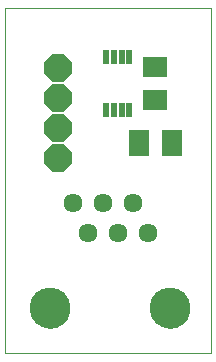
<source format=gts>
G75*
G70*
%OFA0B0*%
%FSLAX24Y24*%
%IPPOS*%
%LPD*%
%AMOC8*
5,1,8,0,0,1.08239X$1,22.5*
%
%ADD10C,0.0000*%
%ADD11R,0.0237X0.0474*%
%ADD12R,0.0790X0.0710*%
%ADD13C,0.0634*%
%ADD14C,0.1360*%
%ADD15OC8,0.0930*%
%ADD16R,0.0710X0.0867*%
D10*
X000100Y001704D02*
X000100Y013200D01*
X006970Y013200D01*
X006970Y001704D01*
X000100Y001704D01*
X000960Y003204D02*
X000962Y003254D01*
X000968Y003304D01*
X000978Y003353D01*
X000991Y003402D01*
X001009Y003449D01*
X001030Y003495D01*
X001054Y003538D01*
X001082Y003580D01*
X001113Y003620D01*
X001147Y003657D01*
X001184Y003691D01*
X001224Y003722D01*
X001266Y003750D01*
X001309Y003774D01*
X001355Y003795D01*
X001402Y003813D01*
X001451Y003826D01*
X001500Y003836D01*
X001550Y003842D01*
X001600Y003844D01*
X001650Y003842D01*
X001700Y003836D01*
X001749Y003826D01*
X001798Y003813D01*
X001845Y003795D01*
X001891Y003774D01*
X001934Y003750D01*
X001976Y003722D01*
X002016Y003691D01*
X002053Y003657D01*
X002087Y003620D01*
X002118Y003580D01*
X002146Y003538D01*
X002170Y003495D01*
X002191Y003449D01*
X002209Y003402D01*
X002222Y003353D01*
X002232Y003304D01*
X002238Y003254D01*
X002240Y003204D01*
X002238Y003154D01*
X002232Y003104D01*
X002222Y003055D01*
X002209Y003006D01*
X002191Y002959D01*
X002170Y002913D01*
X002146Y002870D01*
X002118Y002828D01*
X002087Y002788D01*
X002053Y002751D01*
X002016Y002717D01*
X001976Y002686D01*
X001934Y002658D01*
X001891Y002634D01*
X001845Y002613D01*
X001798Y002595D01*
X001749Y002582D01*
X001700Y002572D01*
X001650Y002566D01*
X001600Y002564D01*
X001550Y002566D01*
X001500Y002572D01*
X001451Y002582D01*
X001402Y002595D01*
X001355Y002613D01*
X001309Y002634D01*
X001266Y002658D01*
X001224Y002686D01*
X001184Y002717D01*
X001147Y002751D01*
X001113Y002788D01*
X001082Y002828D01*
X001054Y002870D01*
X001030Y002913D01*
X001009Y002959D01*
X000991Y003006D01*
X000978Y003055D01*
X000968Y003104D01*
X000962Y003154D01*
X000960Y003204D01*
X004960Y003204D02*
X004962Y003254D01*
X004968Y003304D01*
X004978Y003353D01*
X004991Y003402D01*
X005009Y003449D01*
X005030Y003495D01*
X005054Y003538D01*
X005082Y003580D01*
X005113Y003620D01*
X005147Y003657D01*
X005184Y003691D01*
X005224Y003722D01*
X005266Y003750D01*
X005309Y003774D01*
X005355Y003795D01*
X005402Y003813D01*
X005451Y003826D01*
X005500Y003836D01*
X005550Y003842D01*
X005600Y003844D01*
X005650Y003842D01*
X005700Y003836D01*
X005749Y003826D01*
X005798Y003813D01*
X005845Y003795D01*
X005891Y003774D01*
X005934Y003750D01*
X005976Y003722D01*
X006016Y003691D01*
X006053Y003657D01*
X006087Y003620D01*
X006118Y003580D01*
X006146Y003538D01*
X006170Y003495D01*
X006191Y003449D01*
X006209Y003402D01*
X006222Y003353D01*
X006232Y003304D01*
X006238Y003254D01*
X006240Y003204D01*
X006238Y003154D01*
X006232Y003104D01*
X006222Y003055D01*
X006209Y003006D01*
X006191Y002959D01*
X006170Y002913D01*
X006146Y002870D01*
X006118Y002828D01*
X006087Y002788D01*
X006053Y002751D01*
X006016Y002717D01*
X005976Y002686D01*
X005934Y002658D01*
X005891Y002634D01*
X005845Y002613D01*
X005798Y002595D01*
X005749Y002582D01*
X005700Y002572D01*
X005650Y002566D01*
X005600Y002564D01*
X005550Y002566D01*
X005500Y002572D01*
X005451Y002582D01*
X005402Y002595D01*
X005355Y002613D01*
X005309Y002634D01*
X005266Y002658D01*
X005224Y002686D01*
X005184Y002717D01*
X005147Y002751D01*
X005113Y002788D01*
X005082Y002828D01*
X005054Y002870D01*
X005030Y002913D01*
X005009Y002959D01*
X004991Y003006D01*
X004978Y003055D01*
X004968Y003104D01*
X004962Y003154D01*
X004960Y003204D01*
D11*
X004234Y009813D03*
X003978Y009813D03*
X003722Y009813D03*
X003467Y009813D03*
X003467Y011595D03*
X003722Y011595D03*
X003978Y011595D03*
X004234Y011595D03*
D12*
X005100Y011264D03*
X005100Y010144D03*
D13*
X004350Y006704D03*
X003850Y005704D03*
X003350Y006704D03*
X002850Y005704D03*
X002350Y006704D03*
X004850Y005704D03*
D14*
X005600Y003204D03*
X001600Y003204D03*
D15*
X001850Y008204D03*
X001850Y009204D03*
X001850Y010204D03*
X001850Y011204D03*
D16*
X004549Y008704D03*
X005651Y008704D03*
M02*

</source>
